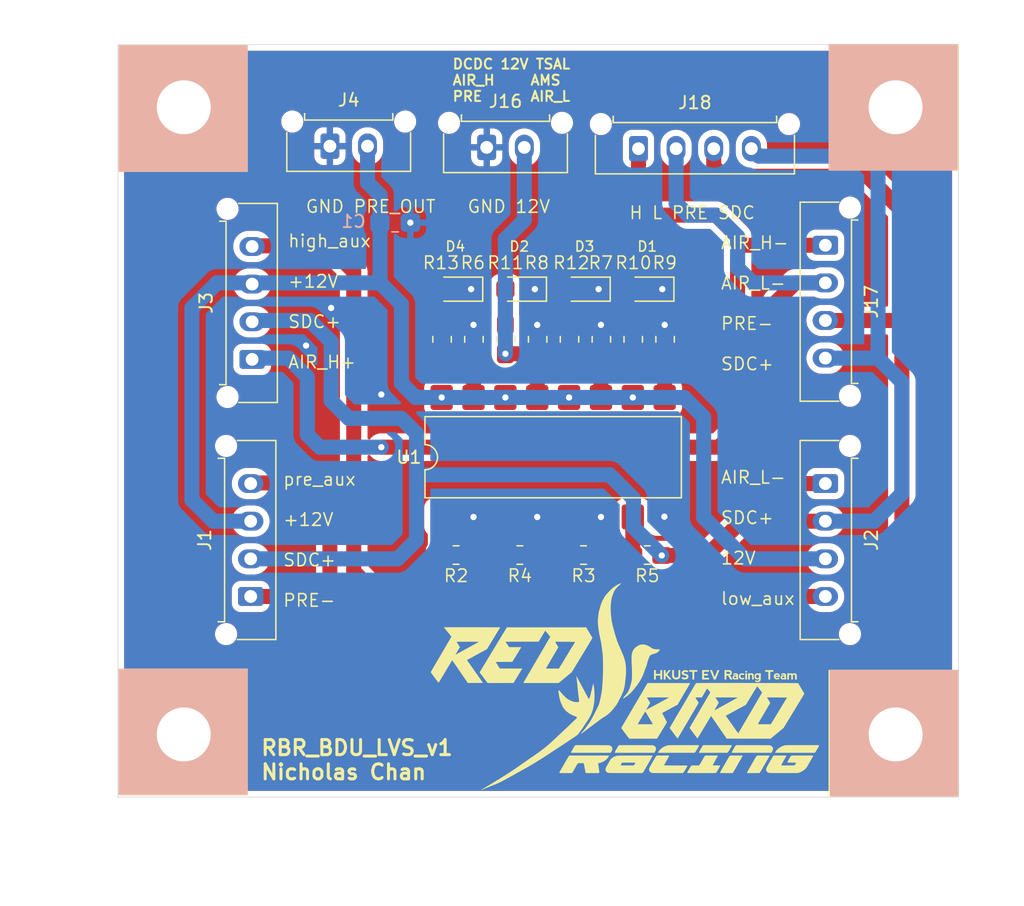
<source format=kicad_pcb>
(kicad_pcb (version 20241229) (generator "pcbnew") (generator_version "9.0")
  (layers (0 "F.Cu" signal) (2 "B.Cu" signal) (13 "F.Paste" user) (15 "B.Paste" user) (5 "F.SilkS" user "F.Silkscreen") (7 "B.SilkS" user "B.Silkscreen") (1 "F.Mask" user) (3 "B.Mask" user) (25 "Edge.Cuts" user))
  (net 0 "")
  (net 1 "+12V")
  (net 2 "GND")
  (net 3 "Net-(R5-Pad2)")
  (net 4 "Net-(R3-Pad2)")
  (net 5 "Net-(R2-Pad2)")
  (net 6 "/low_out")
  (net 7 "/pre_out")
  (net 8 "PRE-")
  (net 9 "Net-(R4-Pad2)")
  (net 10 "/high_out")
  (net 11 "/sdc_out")
  (net 12 "Net-(D1-A)")
  (net 13 "Net-(D2-A)")
  (net 14 "Net-(D3-A)")
  (net 15 "Net-(D4-A)")
  (net 16 "AIR_H-")
  (net 17 "/high_aux")
  (net 18 "SDC+")
  (net 19 "/low_aux")
  (net 20 "/pre_aux")
  (net 21 "AIR_L-")
  (footprint "RMC_Resistor:R_0805_2012Metric_Pad1.20x1.40mm_HandSolder_L" (layer "F.Cu") (at 179.9625 110.7 180)
    (property "Reference" "R2" (at 0 -1.65 0) (layer "F.SilkS") (effects (font (thickness 0.125))))
    (property "Value" "1k")
    (pad "1" smd roundrect (at -1.1525 -0.0325 180) (size 1.505 1.335) (layers "F.Cu" "F.Mask" "F.Paste") (roundrect_rratio 0.208333) (net 17 "/high_aux"))
    (pad "2" smd roundrect (at 1.1525 -0.0325 180) (size 1.505 1.335) (layers "F.Cu" "F.Mask" "F.Paste") (roundrect_rratio 0.208333) (net 5 "Net-(R2-Pad2)"))
  )
  (footprint "Connector_Molex:Molex_Micro-Fit_3.0_43650-0215_1x02_P3.00mm_Vertical" (layer "F.Cu") (at 169.9 78.1)
    (property "Reference" "J4" (at 1.5 -3.67 0) (layer "F.SilkS"))
    (property "Value" "Conn_01x02")
    (pad "" np_thru_hole circle (at -3 -1.96) (size 1.27 1.27) (drill 1.27) (layers "*.Cu" "*.Mask"))
    (pad "" np_thru_hole circle (at 6 -1.96) (size 1.27 1.27) (drill 1.27) (layers "*.Cu" "*.Mask"))
    (pad "1" thru_hole roundrect (at 0 0) (size 1.5 2.02) (drill 1.02) (layers "*.Cu" "*.Mask") (roundrect_rratio 0.166667) (net 2 "GND"))
    (pad "2" thru_hole oval (at 3 0) (size 1.5 2.02) (drill 1.02) (layers "*.Cu" "*.Mask") (net 1 "+12V"))
  )
  (footprint "RMC_LED:LED_0805_2012Metric_Pad1.45x1.40mm_HandSolder" (layer "F.Cu") (at 190.145 89.5 180)
    (property "Reference" "D3" (at -0.055 3.4 0) (layer "F.SilkS") (effects (font (size 0.8 0.8) (thickness 0.125))))
    (property "Value" "LED")
    (pad "1" smd roundrect (at -1.175 0 180) (size 1.45 1.4) (layers "F.Cu" "F.Mask" "F.Paste") (roundrect_rratio 0.2173913043) (net 2 "GND"))
    (pad "2" smd roundrect (at 1.175 0 180) (size 1.45 1.4) (layers "F.Cu" "F.Mask" "F.Paste") (roundrect_rratio 0.2173913043) (net 14 "Net-(D3-A)"))
  )
  (footprint "MountingHole:MountingHole_4.3mm_M4" (layer "F.Cu") (at 215 75)
    (property "Reference" "H3" (hide yes))
    (property "Value" "MountingHole")
    (pad "" np_thru_hole circle (at 0 0) (size 4.3 4.3) (drill 4.3) (layers "*.Cu" "*.Mask"))
  )
  (footprint "RMC_Resistor:R_0805_2012Metric_Pad1.20x1.40mm_HandSolder_L" (layer "F.Cu") (at 186.4625 93.5 90)
    (property "Reference" "R8" (at 6.1 -0.0625 0) (layer "F.SilkS") (effects (font (thickness 0.125))))
    (property "Value" "4k7")
    (pad "1" smd roundrect (at -1.1525 -0.0325 90) (size 1.505 1.335) (layers "F.Cu" "F.Mask" "F.Paste") (roundrect_rratio 0.208333) (net 7 "/pre_out"))
    (pad "2" smd roundrect (at 1.1525 -0.0325 90) (size 1.505 1.335) (layers "F.Cu" "F.Mask" "F.Paste") (roundrect_rratio 0.208333) (net 2 "GND"))
  )
  (footprint "Connector_Molex:Molex_Micro-Fit_3.0_43650-0415_1x04_P3.00mm_Vertical" (layer "F.Cu") (at 209.4 86 -90)
    (property "Reference" "J17" (at 4.5 -3.67 270) (layer "F.SilkS"))
    (property "Value" "AMS")
    (pad "" np_thru_hole circle (at -3 -1.96 270) (size 1.27 1.27) (drill 1.27) (layers "*.Cu" "*.Mask"))
    (pad "" np_thru_hole circle (at 12 -1.96 270) (size 1.27 1.27) (drill 1.27) (layers "*.Cu" "*.Mask"))
    (pad "1" thru_hole roundrect (at 0 0 270) (size 1.5 2.02) (drill 1.02) (layers "*.Cu" "*.Mask") (roundrect_rratio 0.166667) (net 16 "AIR_H-"))
    (pad "2" thru_hole oval (at 3 0 270) (size 1.5 2.02) (drill 1.02) (layers "*.Cu" "*.Mask") (net 21 "AIR_L-"))
    (pad "3" thru_hole oval (at 6 0 270) (size 1.5 2.02) (drill 1.02) (layers "*.Cu" "*.Mask") (net 8 "PRE-"))
    (pad "4" thru_hole oval (at 9 0 270) (size 1.5 2.02) (drill 1.02) (layers "*.Cu" "*.Mask") (net 18 "SDC+"))
  )
  (footprint "RMC_Resistor:R_0805_2012Metric_Pad1.20x1.40mm_HandSolder_L" (layer "F.Cu") (at 178.8425 93.5 90)
    (property "Reference" "R13" (at 6.1 -0.0825 180) (layer "F.SilkS") (effects (font (thickness 0.125))))
    (property "Value" "1k")
    (pad "1" smd roundrect (at -1.1525 -0.0325 90) (size 1.505 1.335) (layers "F.Cu" "F.Mask" "F.Paste") (roundrect_rratio 0.208333) (net 10 "/high_out"))
    (pad "2" smd roundrect (at 1.1525 -0.0325 90) (size 1.505 1.335) (layers "F.Cu" "F.Mask" "F.Paste") (roundrect_rratio 0.208333) (net 15 "Net-(D4-A)"))
  )
  (footprint "Connector_Molex:Molex_Micro-Fit_3.0_43650-0415_1x04_P3.00mm_Vertical" (layer "F.Cu") (at 163.7 95.1 90)
    (property "Reference" "J3" (at 4.5 -3.67 90) (layer "F.SilkS"))
    (property "Value" "Relay connector")
    (pad "" np_thru_hole circle (at -3 -1.96 90) (size 1.27 1.27) (drill 1.27) (layers "*.Cu" "*.Mask"))
    (pad "" np_thru_hole circle (at 12 -1.96 90) (size 1.27 1.27) (drill 1.27) (layers "*.Cu" "*.Mask"))
    (pad "1" thru_hole roundrect (at 0 0 90) (size 1.5 2.02) (drill 1.02) (layers "*.Cu" "*.Mask") (roundrect_rratio 0.166667) (net 16 "AIR_H-"))
    (pad "2" thru_hole oval (at 3 0 90) (size 1.5 2.02) (drill 1.02) (layers "*.Cu" "*.Mask") (net 18 "SDC+"))
    (pad "3" thru_hole oval (at 6 0 90) (size 1.5 2.02) (drill 1.02) (layers "*.Cu" "*.Mask") (net 1 "+12V"))
    (pad "4" thru_hole oval (at 9 0 90) (size 1.5 2.02) (drill 1.02) (layers "*.Cu" "*.Mask") (net 17 "/high_aux"))
  )
  (footprint "RMC_Resistor:R_0805_2012Metric_Pad1.20x1.40mm_HandSolder_L" (layer "F.Cu") (at 196.6225 93.5 90)
    (property "Reference" "R9" (at 6.1 -0.0225 180) (layer "F.SilkS") (effects (font (thickness 0.125))))
    (property "Value" "4k7")
    (pad "1" smd roundrect (at -1.1525 -0.0325 90) (size 1.505 1.335) (layers "F.Cu" "F.Mask" "F.Paste") (roundrect_rratio 0.208333) (net 11 "/sdc_out"))
    (pad "2" smd roundrect (at 1.1525 -0.0325 90) (size 1.505 1.335) (layers "F.Cu" "F.Mask" "F.Paste") (roundrect_rratio 0.208333) (net 2 "GND"))
  )
  (footprint "RMC_LED:LED_0805_2012Metric_Pad1.45x1.40mm_HandSolder" (layer "F.Cu") (at 185.065 89.5 180)
    (property "Reference" "D2" (at 0.065 3.4 0) (layer "F.SilkS") (effects (font (size 0.8 0.8) (thickness 0.125))))
    (property "Value" "LED")
    (pad "1" smd roundrect (at -1.175 0 180) (size 1.45 1.4) (layers "F.Cu" "F.Mask" "F.Paste") (roundrect_rratio 0.2173913043) (net 2 "GND"))
    (pad "2" smd roundrect (at 1.175 0 180) (size 1.45 1.4) (layers "F.Cu" "F.Mask" "F.Paste") (roundrect_rratio 0.2173913043) (net 13 "Net-(D2-A)"))
  )
  (footprint "RMC_LED:LED_0805_2012Metric_Pad1.45x1.40mm_HandSolder" (layer "F.Cu") (at 179.985 89.5 180)
    (property "Reference" "D4" (at 0.085 3.4 0) (layer "F.SilkS") (effects (font (size 0.8 0.8) (thickness 0.125))))
    (property "Value" "LED")
    (pad "1" smd roundrect (at -1.175 0 180) (size 1.45 1.4) (layers "F.Cu" "F.Mask" "F.Paste") (roundrect_rratio 0.2173913043) (net 2 "GND"))
    (pad "2" smd roundrect (at 1.175 0 180) (size 1.45 1.4) (layers "F.Cu" "F.Mask" "F.Paste") (roundrect_rratio 0.2173913043) (net 15 "Net-(D4-A)"))
  )
  (footprint "RMC_Resistor:R_0805_2012Metric_Pad1.20x1.40mm_HandSolder_L" (layer "F.Cu") (at 190.1225 110.7 180)
    (property "Reference" "R3" (at 0 -1.65 0) (layer "F.SilkS") (effects (font (thickness 0.125))))
    (property "Value" "1k")
    (pad "1" smd roundrect (at -1.1525 -0.0325 180) (size 1.505 1.335) (layers "F.Cu" "F.Mask" "F.Paste") (roundrect_rratio 0.208333) (net 19 "/low_aux"))
    (pad "2" smd roundrect (at 1.1525 -0.0325 180) (size 1.505 1.335) (layers "F.Cu" "F.Mask" "F.Paste") (roundrect_rratio 0.208333) (net 4 "Net-(R3-Pad2)"))
  )
  (footprint "Package_DIP:SMDIP-16_W9.53mm" (layer "F.Cu") (at 187.7 102.9 90)
    (property "Reference" "U1" (at 0 -11.5 0) (layer "F.SilkS"))
    (property "Value" "LTV-847S")
    (pad "1" smd roundrect (at -4.765 -8.89 90) (size 2 1.78) (layers "F.Cu" "F.Mask" "F.Paste") (roundrect_rratio 0.140449) (net 5 "Net-(R2-Pad2)"))
    (pad "2" smd roundrect (at -4.765 -6.35 90) (size 2 1.78) (layers "F.Cu" "F.Mask" "F.Paste") (roundrect_rratio 0.140449) (net 2 "GND"))
    (pad "3" smd roundrect (at -4.765 -3.81 90) (size 2 1.78) (layers "F.Cu" "F.Mask" "F.Paste") (roundrect_rratio 0.140449) (net 9 "Net-(R4-Pad2)"))
    (pad "4" smd roundrect (at -4.765 -1.27 90) (size 2 1.78) (layers "F.Cu" "F.Mask" "F.Paste") (roundrect_rratio 0.140449) (net 2 "GND"))
    (pad "5" smd roundrect (at -4.765 1.27 90) (size 2 1.78) (layers "F.Cu" "F.Mask" "F.Paste") (roundrect_rratio 0.140449) (net 4 "Net-(R3-Pad2)"))
    (pad "6" smd roundrect (at -4.765 3.81 90) (size 2 1.78) (layers "F.Cu" "F.Mask" "F.Paste") (roundrect_rratio 0.140449) (net 2 "GND"))
    (pad "7" smd roundrect (at -4.765 6.35 90) (size 2 1.78) (layers "F.Cu" "F.Mask" "F.Paste") (roundrect_rratio 0.140449) (net 3 "Net-(R5-Pad2)"))
    (pad "8" smd roundrect (at -4.765 8.89 90) (size 2 1.78) (layers "F.Cu" "F.Mask" "F.Paste") (roundrect_rratio 0.140449) (net 2 "GND"))
    (pad "9" smd roundrect (at 4.765 8.89 90) (size 2 1.78) (layers "F.Cu" "F.Mask" "F.Paste") (roundrect_rratio 0.140449) (net 11 "/sdc_out"))
    (pad "10" smd roundrect (at 4.765 6.35 90) (size 2 1.78) (layers "F.Cu" "F.Mask" "F.Paste") (roundrect_rratio 0.140449) (net 1 "+12V"))
    (pad "11" smd roundrect (at 4.765 3.81 90) (size 2 1.78) (layers "F.Cu" "F.Mask" "F.Paste") (roundrect_rratio 0.140449) (net 6 "/low_out"))
    (pad "12" smd roundrect (at 4.765 1.27 90) (size 2 1.78) (layers "F.Cu" "F.Mask" "F.Paste") (roundrect_rratio 0.140449) (net 1 "+12V"))
    (pad "13" smd roundrect (at 4.765 -1.27 90) (size 2 1.78) (layers "F.Cu" "F.Mask" "F.Paste") (roundrect_rratio 0.140449) (net 7 "/pre_out"))
    (pad "14" smd roundrect (at 4.765 -3.81 90) (size 2 1.78) (layers "F.Cu" "F.Mask" "F.Paste") (roundrect_rratio 0.140449) (net 1 "+12V"))
    (pad "15" smd roundrect (at 4.765 -6.35 90) (size 2 1.78) (layers "F.Cu" "F.Mask" "F.Paste") (roundrect_rratio 0.140449) (net 10 "/high_out"))
    (pad "16" smd roundrect (at 4.765 -8.89 90) (size 2 1.78) (layers "F.Cu" "F.Mask" "F.Paste") (roundrect_rratio 0.140449) (net 1 "+12V"))
  )
  (footprint "RMC_Resistor:R_0805_2012Metric_Pad1.20x1.40mm_HandSolder_L" (layer "F.Cu") (at 195.2025 110.7 180)
    (property "Reference" "R5" (at 0 -1.65 0) (layer "F.SilkS") (effects (font (thickness 0.125))))
    (property "Value" "1k")
    (pad "1" smd roundrect (at -1.1525 -0.0325 180) (size 1.505 1.335) (layers "F.Cu" "F.Mask" "F.Paste") (roundrect_rratio 0.208333) (net 18 "SDC+"))
    (pad "2" smd roundrect (at 1.1525 -0.0325 180) (size 1.505 1.335) (layers "F.Cu" "F.Mask" "F.Paste") (roundrect_rratio 0.208333) (net 3 "Net-(R5-Pad2)"))
  )
  (footprint "RMC_LED:LED_0805_2012Metric_Pad1.45x1.40mm_HandSolder" (layer "F.Cu") (at 195.225 89.5 180)
    (property "Reference" "D1" (at 0.025 3.4 0) (layer "F.SilkS") (effects (font (size 0.8 0.8) (thickness 0.125))))
    (property "Value" "LED")
    (pad "1" smd roundrect (at -1.175 0 180) (size 1.45 1.4) (layers "F.Cu" "F.Mask" "F.Paste") (roundrect_rratio 0.2173913043) (net 2 "GND"))
    (pad "2" smd roundrect (at 1.175 0 180) (size 1.45 1.4) (layers "F.Cu" "F.Mask" "F.Paste") (roundrect_rratio 0.2173913043) (net 12 "Net-(D1-A)"))
  )
  (footprint "RMC_Resistor:R_0805_2012Metric_Pad1.20x1.40mm_HandSolder_L" (layer "F.Cu") (at 189.0025 93.5 90)
    (property "Reference" "R12" (at 6.1 0.1425 0) (layer "F.SilkS") (effects (font (thickness 0.125))))
    (property "Value" "1k")
    (pad "1" smd roundrect (at -1.1525 -0.0325 90) (size 1.505 1.335) (layers "F.Cu" "F.Mask" "F.Paste") (roundrect_rratio 0.208333) (net 6 "/low_out"))
    (pad "2" smd roundrect (at 1.1525 -0.0325 90) (size 1.505 1.335) (layers "F.Cu" "F.Mask" "F.Paste") (roundrect_rratio 0.208333) (net 14 "Net-(D3-A)"))
  )
  (footprint "RMC_Resistor:R_0805_2012Metric_Pad1.20x1.40mm_HandSolder_L" (layer "F.Cu") (at 194.0825 93.5 90)
    (property "Reference" "R10" (at 6.1 0.0175 180) (layer "F.SilkS") (effects (font (thickness 0.125))))
    (property "Value" "1k")
    (pad "1" smd roundrect (at -1.1525 -0.0325 90) (size 1.505 1.335) (layers "F.Cu" "F.Mask" "F.Paste") (roundrect_rratio 0.208333) (net 11 "/sdc_out"))
    (pad "2" smd roundrect (at 1.1525 -0.0325 90) (size 1.505 1.335) (layers "F.Cu" "F.Mask" "F.Paste") (roundrect_rratio 0.208333) (net 12 "Net-(D1-A)"))
  )
  (footprint "RBR_logo:RBR_logo" (layer "F.Cu") (at 193.7 121.1)
    (property "Reference" "G***" (hide yes))
    (property "Value" "LOGO" (hide yes))
  )
  (footprint "Connector_Molex:Molex_Micro-Fit_3.0_43650-0415_1x04_P3.00mm_Vertical" (layer "F.Cu") (at 194.5 78.3)
    (property "Reference" "J18" (at 4.5 -3.67 0) (layer "F.SilkS"))
    (property "Value" "TSAL_G")
    (pad "" np_thru_hole circle (at -3 -1.96) (size 1.27 1.27) (drill 1.27) (layers "*.Cu" "*.Mask"))
    (pad "" np_thru_hole circle (at 12 -1.96) (size 1.27 1.27) (drill 1.27) (layers "*.Cu" "*.Mask"))
    (pad "1" thru_hole roundrect (at 0 0) (size 1.5 2.02) (drill 1.02) (layers "*.Cu" "*.Mask") (roundrect_rratio 0.166667) (net 16 "AIR_H-"))
    (pad "2" thru_hole oval (at 3 0) (size 1.5 2.02) (drill 1.02) (layers "*.Cu" "*.Mask") (net 21 "AIR_L-"))
    (pad "3" thru_hole oval (at 6 0) (size 1.5 2.02) (drill 1.02) (layers "*.Cu" "*.Mask") (net 8 "PRE-"))
    (pad "4" thru_hole oval (at 9 0) (size 1.5 2.02) (drill 1.02) (layers "*.Cu" "*.Mask") (net 18 "SDC+"))
  )
  (footprint "Connector_Molex:Molex_Micro-Fit_3.0_43650-0215_1x02_P3.00mm_Vertical" (layer "F.Cu") (at 182.4 78.2)
    (property "Reference" "J16" (at 1.5 -3.67 0) (layer "F.SilkS"))
    (property "Value" "DCDC")
    (pad "" np_thru_hole circle (at -3 -1.96) (size 1.27 1.27) (drill 1.27) (layers "*.Cu" "*.Mask"))
    (pad "" np_thru_hole circle (at 6 -1.96) (size 1.27 1.27) (drill 1.27) (layers "*.Cu" "*.Mask"))
    (pad "1" thru_hole roundrect (at 0 0) (size 1.5 2.02) (drill 1.02) (layers "*.Cu" "*.Mask") (roundrect_rratio 0.166667) (net 2 "GND"))
    (pad "2" thru_hole oval (at 3 0) (size 1.5 2.02) (drill 1.02) (layers "*.Cu" "*.Mask") (net 7 "/pre_out"))
  )
  (footprint "MountingHole:MountingHole_4.3mm_M4" (layer "F.Cu") (at 158.25 75)
    (property "Reference" "H2" (hide yes))
    (property "Value" "MountingHole")
    (pad "" np_thru_hole circle (at 0 0) (size 4.3 4.3) (drill 4.3) (layers "*.Cu" "*.Mask"))
  )
  (footprint "MountingHole:MountingHole_4.3mm_M4" (layer "F.Cu") (at 158.25 125)
    (property "Reference" "H5" (hide yes))
    (property "Value" "MountingHole")
    (pad "" np_thru_hole circle (at 0 0) (size 4.3 4.3) (drill 4.3) (layers "*.Cu" "*.Mask"))
  )
  (footprint "RMC_Resistor:R_0805_2012Metric_Pad1.20x1.40mm_HandSolder_L" (layer "F.Cu") (at 181.3825 93.5 90)
    (property "Reference" "R6" (at 6.1 -0.0825 180) (layer "F.SilkS") (effects (font (thickness 0.125))))
    (property "Value" "4k7")
    (pad "1" smd roundrect (at -1.1525 -0.0325 90) (size 1.505 1.335) (layers "F.Cu" "F.Mask" "F.Paste") (roundrect_rratio 0.208333) (net 10 "/high_out"))
    (pad "2" smd roundrect (at 1.1525 -0.0325 90) (size 1.505 1.335) (layers "F.Cu" "F.Mask" "F.Paste") (roundrect_rratio 0.208333) (net 2 "GND"))
  )
  (footprint "Connector_Molex:Molex_Micro-Fit_3.0_43650-0415_1x04_P3.00mm_Vertical" (layer "F.Cu") (at 209.4 105 -90)
    (property "Reference" "J2" (at 4.5 -3.67 270) (layer "F.SilkS"))
    (property "Value" "Relay connector")
    (pad "" np_thru_hole circle (at -3 -1.96 270) (size 1.27 1.27) (drill 1.27) (layers "*.Cu" "*.Mask"))
    (pad "" np_thru_hole circle (at 12 -1.96 270) (size 1.27 1.27) (drill 1.27) (layers "*.Cu" "*.Mask"))
    (pad "1" thru_hole roundrect (at 0 0 270) (size 1.5 2.02) (drill 1.02) (layers "*.Cu" "*.Mask") (roundrect_rratio 0.166667) (net 21 "AIR_L-"))
    (pad "2" thru_hole oval (at 3 0 270) (size 1.5 2.02) (drill 1.02) (layers "*.Cu" "*.Mask") (net 18 "SDC+"))
    (pad "3" thru_hole oval (at 6 0 270) (size 1.5 2.02) (drill 1.02) (layers "*.Cu" "*.Mask") (net 1 "+12V"))
    (pad "4" thru_hole oval (at 9 0 270) (size 1.5 2.02) (drill 1.02) (layers "*.Cu" "*.Mask") (net 19 "/low_aux"))
  )
  (footprint "MountingHole:MountingHole_4.3mm_M4" (layer "F.Cu") (at 215 125)
    (property "Reference" "H6" (hide yes))
    (property "Value" "MountingHole")
    (pad "" np_thru_hole circle (at 0 0) (size 4.3 4.3) (drill 4.3) (layers "*.Cu" "*.Mask"))
  )
  (footprint "RMC_Resistor:R_0805_2012Metric_Pad1.20x1.40mm_HandSolder_L" (layer "F.Cu") (at 183.9225 93.5 90)
    (property "Reference" "R11" (at 6.1 -0.0225 0) (layer "F.SilkS") (effects (font (thickness 0.125))))
    (property "Value" "1k")
    (pad "1" smd roundrect (at -1.1525 -0.0325 90) (size 1.505 1.335) (layers "F.Cu" "F.Mask" "F.Paste") (roundrect_rratio 0.208333) (net 7 "/pre_out"))
    (pad "2" smd roundrect (at 1.1525 -0.0325 90) (size 1.505 1.335) (layers "F.Cu" "F.Mask" "F.Paste") (roundrect_rratio 0.208333) (net 13 "Net-(D2-A)"))
  )
  (footprint "Connector_Molex:Molex_Micro-Fit_3.0_43650-0415_1x04_P3.00mm_Vertical" (layer "F.Cu") (at 163.585 114 90)
    (property "Reference" "J1" (at 4.5 -3.67 90) (layer "F.SilkS"))
    (property "Value" "Relay connector")
    (pad "" np_thru_hole circle (at -3 -1.96 90) (size 1.27 1.27) (drill 1.27) (layers "*.Cu" "*.Mask"))
    (pad "" np_thru_hole circle (at 12 -1.96 90) (size 1.27 1.27) (drill 1.27) (layers "*.Cu" "*.Mask"))
    (pad "1" thru_hole roundrect (at 0 0 90) (size 1.5 2.02) (drill 1.02) (layers "*.Cu" "*.Mask") (roundrect_rratio 0.166667) (net 8 "PRE-"))
    (pad "2" thru_hole oval (at 3 0 90) (size 1.5 2.02) (drill 1.02) (layers "*.Cu" "*.Mask") (net 18 "SDC+"))
    (pad "3" thru_hole oval (at 6 0 90) (size 1.5 2.02) (drill 1.02) (layers "*.Cu" "*.Mask") (net 1 "+12V"))
    (pad "4" thru_hole oval (at 9 0 90) (size 1.5 2.02) (drill 1.02) (layers "*.Cu" "*.Mask") (net 20 "/pre_aux"))
  )
  (footprint "RMC_Resistor:R_0805_2012Metric_Pad1.20x1.40mm_HandSolder_L" (layer "F.Cu") (at 185.0425 110.7 180)
    (property "Reference" "R4" (at 0 -1.65 0) (layer "F.SilkS") (effects (font (thickness 0.125))))
    (property "Value" "1k")
    (pad "1" smd roundrect (at -1.1525 -0.0325 180) (size 1.505 1.335) (layers "F.Cu" "F.Mask" "F.Paste") (roundrect_rratio 0.208333) (net 20 "/pre_aux"))
    (pad "2" smd roundrect (at 1.1525 -0.0325 180) (size 1.505 1.335) (layers "F.Cu" "F.Mask" "F.Paste") (roundrect_rratio 0.208333) (net 9 "Net-(R4-Pad2)"))
  )
  (footprint "RMC_Resistor:R_0805_2012Metric_Pad1.20x1.40mm_HandSolder_L" (layer "F.Cu") (at 191.5425 93.5 90)
    (property "Reference" "R7" (at 6.1 -0.0425 0) (layer "F.SilkS") (effects (font (thickness 0.125))))
    (property "Value" "4k7")
    (pad "1" smd roundrect (at -1.1525 -0.0325 90) (size 1.505 1.335) (layers "F.Cu" "F.Mask" "F.Paste") (roundrect_rratio 0.208333) (net 6 "/low_out"))
    (pad "2" smd roundrect (at 1.1525 -0.0325 90) (size 1.505 1.335) (layers "F.Cu" "F.Mask" "F.Paste") (roundrect_rratio 0.208333) (net 2 "GND"))
  )
  (footprint "RMC_Capacitor:C_0805_2012Metric_Pad1.18x1.45mm_HandSolder_L" (layer "B.Cu") (at 175.1 84.2)
    (property "Reference" "C1" (at -3.3156 -0.1 180) (layer "B.SilkS") (effects (justify mirror)))
    (property "Value" "10uF" (hide yes))
    (pad "1" smd roundrect (at -1.2156 0.0069) (size 1.5312 1.4362) (layers "B.Cu" "B.Mask" "B.Paste") (roundrect_rratio 0.212766) (net 1 "+12V"))
    (pad "2" smd roundrect (at 1.2156 0) (size 1.5312 1.45) (layers "B.Cu" "B.Mask" "B.Paste") (roundrect_rratio 0.212766) (net 2 "GND"))
  )
  (gr_rect (start 153.1 70.1) (end 163.3 80.1) (stroke (width 0.1)) (fill yes) (layer "F.SilkS"))
  (gr_rect (start 209.8 70) (end 220 80) (stroke (width 0.1)) (fill yes) (layer "F.SilkS"))
  (gr_rect (start 153.1 119.8) (end 163.3 129.8) (stroke (width 0.1)) (fill yes) (layer "F.SilkS"))
  (gr_rect (start 209.7 119.9) (end 219.9 129.9) (stroke (width 0.1)) (fill yes) (layer "F.SilkS"))
  (gr_rect (start 209.7 70) (end 219.9 80) (stroke (width 0.1)) (fill yes) (layer "B.SilkS"))
  (gr_rect (start 153.1 119.8) (end 163.3 129.8) (stroke (width 0.1)) (fill yes) (layer "B.SilkS"))
  (gr_rect (start 153.1 70.1) (end 163.3 80.1) (stroke (width 0.1)) (fill yes) (layer "B.SilkS"))
  (gr_rect (start 209.8 119.9) (end 220 129.9) (stroke (width 0.1)) (fill yes) (layer "B.SilkS"))
  (gr_rect (start 153 70) (end 220 130) (stroke (width 0.05)) (fill no) (layer "Edge.Cuts"))
  (gr_text "GND PRE_OUT" (at 167.9 83.5 0) (layer "F.SilkS") (effects (font (size 1 1) (thickness 0.125)) (justify left bottom)))
  (gr_text "RBR_BDU_LVS_v1\nNicholas Chan" (at 164.3 128.7 0) (layer "F.SilkS") (effects (font (size 1.2 1.2) (thickness 0.24) (bold yes)) (justify left bottom)))
  (gr_text "pre_aux\n\n+12V\n\nSDC+\n\nPRE-" (at 166.1 114.900457 0) (layer "F.SilkS") (effects (font (size 1 1) (thickness 0.125)) (justify left bottom)))
  (gr_text "H L PRE SDC" (at 193.7 84 0) (layer "F.SilkS") (effects (font (size 1 1) (thickness 0.125)) (justify left bottom)))
  (gr_text "AIR_H-\n\nAIR_L-\n\nPRE-\n\nSDC+" (at 201 96.050457 0) (layer "F.SilkS") (effects (font (size 1 1) (thickness 0.125)) (justify left bottom)))
  (gr_text "AIR_L-\n\nSDC+\n\n12V\n\nlow_aux" (at 201 114.750457 0) (layer "F.SilkS") (effects (font (size 1 1) (thickness 0.125)) (justify left bottom)))
  (gr_text "high_aux\n\n+12V\n\nSDC+\n\nAIR_H+" (at 166.5 95.900457 0) (layer "F.SilkS") (effects (font (size 1 1) (thickness 0.125)) (justify left bottom)))
  (gr_text "GND 12V" (at 180.8 83.5 0) (layer "F.SilkS") (effects (font (size 1 1) (thickness 0.125)) (justify left bottom)))
  (gr_text "DCDC 12V TSAL\nAIR_H	AMS\nPRE		AIR_L" (at 179.6 74.6 0) (layer "F.SilkS") (effects (font (size 0.8 0.8) (thickness 0.16) (bold yes)) (justify left bottom)))
  (via (at 178.81 98.135) (size 1) (drill 0.5) (layers "F.Cu" "B.Cu") (net 1))
  (via (at 194.05 98.135) (size 1) (drill 0.5) (layers "F.Cu" "B.Cu") (net 1))
  (via (at 188.97 98.135) (size 1) (drill 0.5) (layers "F.Cu" "B.Cu") (net 1))
  (via (at 183.89 98.135) (size 1) (drill 0.5) (layers "F.Cu" "B.Cu") (net 1))
  (segment (start 199.7 107.7) (end 199.7 99.7) (width 1.2) (layer "B.Cu") (net 1))
  (segment (start 199.7 99.7) (end 198.135 98.135) (width 1.2) (layer "B.Cu") (net 1))
  (segment (start 178.81 98.135) (end 176.735 98.135) (width 1.2) (layer "B.Cu") (net 1))
  (segment (start 198.135 98.135) (end 194.05 98.135) (width 1.2) (layer "B.Cu") (net 1))
  (segment (start 160.6 108) (end 158.9 106.3) (width 1.2) (layer "B.Cu") (net 1))
  (segment (start 203 111) (end 199.7 107.7) (width 1.2) (layer "B.Cu") (net 1))
  (segment (start 163.52 108) (end 160.6 108) (width 1.2) (layer "B.Cu") (net 1))
  (segment (start 209.38 111) (end 203 111) (width 1.2) (layer "B.Cu") (net 1))
  (segment (start 158.9 106.3) (end 158.9 91) (width 1.2) (layer "B.Cu") (net 1))
  (segment (start 194.05 98.135) (end 188.97 98.135) (width 1.2) (layer "B.Cu") (net 1))
  (segment (start 173.9 89) (end 173.9 82) (width 1.2) (layer "B.Cu") (net 1))
  (segment (start 173.9 82) (end 172.9 81) (width 1.2) (layer "B.Cu") (net 1))
  (segment (start 160.9 89) (end 163.47 89) (width 1.2) (layer "B.Cu") (net 1))
  (segment (start 175.6 90.7) (end 173.9 89) (width 1.2) (layer "B.Cu") (net 1))
  (segment (start 173.9 89) (end 163.57 89) (width 1.2) (layer "B.Cu") (net 1))
  (segment (start 176.735 98.135) (end 175.6 97) (width 1.2) (layer "B.Cu") (net 1))
  (segment (start 183.89 98.135) (end 178.81 98.135) (width 1.2) (layer "B.Cu") (net 1))
  (segment (start 158.9 91) (end 160.9 89) (width 1.2) (layer "B.Cu") (net 1))
  (segment (start 175.6 97) (end 175.6 90.7) (width 1.2) (layer "B.Cu") (net 1))
  (segment (start 172.9 81) (end 172.9 78.1) (width 1.2) (layer "B.Cu") (net 1))
  (segment (start 188.97 98.135) (end 183.89 98.135) (width 1.2) (layer "B.Cu") (net 1))
  (via (at 191.32 89.5) (size 1) (drill 0.5) (layers "F.Cu" "B.Cu") (net 2))
  (via (at 186.43 107.665) (size 1) (drill 0.5) (layers "F.Cu" "B.Cu") (net 2))
  (via (at 176.3156 84.2) (size 1) (drill 0.5) (layers "F.Cu" "B.Cu") (net 2))
  (via (at 191.51 107.665) (size 1) (drill 0.5) (layers "F.Cu" "B.Cu") (net 2))
  (via (at 186.24 89.5) (size 1) (drill 0.5) (layers "F.Cu" "B.Cu") (net 2))
  (via (at 181.35 92.3475) (size 1) (drill 0.5) (layers "F.Cu" "B.Cu") (net 2))
  (via (at 168 94) (size 1) (drill 0.5) (layers "F.Cu" "B.Cu") (net 2))
  (via (at 196.567714 107.641042) (size 1) (drill 0.5) (layers "F.Cu" "B.Cu") (net 2))
  (via (at 181.35 107.665) (size 1) (drill 0.5) (layers "F.Cu" "B.Cu") (net 2))
  (via (at 196.4 89.5) (size 1) (drill 0.5) (layers "F.Cu" "B.Cu") (net 2))
  (via (at 174 97.9) (size 1) (drill 0.5) (layers "F.Cu" "B.Cu") (net 2))
  (via (at 181.16 89.5) (size 1) (drill 0.5) (layers "F.Cu" "B.Cu") (net 2))
  (via (at 196.59 92.3475) (size 1) (drill 0.5) (layers "F.Cu" "B.Cu") (net 2))
  (via (at 170 91) (size 1) (drill 0.5) (layers "F.Cu" "B.Cu") (net 2))
  (via (at 191.51 92.3475) (size 1) (drill 0.5) (layers "F.Cu" "B.Cu") (net 2))
  (via (at 186.43 92.3475) (size 1) (drill 0.5) (layers "F.Cu" "B.Cu") (net 2))
  (segment (start 194.05 107.665) (end 194.05 110.7325) (width 1.2) (layer "F.Cu") (net 3))
  (segment (start 188.97 107.665) (end 188.97 110.7325) (width 1.2) (layer "F.Cu") (net 4))
  (segment (start 178.81 107.665) (end 178.81 110.7325) (width 1.2) (layer "F.Cu") (net 5))
  (segment (start 191.51 98.135) (end 191.51 94.6525) (width 1.2) (layer "F.Cu") (net 6))
  (segment (start 188.97 94.6525) (end 191.51 94.6525) (width 1.2) (layer "F.Cu") (net 6))
  (segment (start 186.43 98.135) (end 186.43 94.6525) (width 1.2) (layer "F.Cu") (net 7))
  (segment (start 183.89 94.6525) (end 186.43 94.6525) (width 1.2) (layer "F.Cu") (net 7))
  (via (at 183.89 94.6525) (size 1) (drill 0.5) (layers "F.Cu" "B.Cu") (net 7))
  (segment (start 185.4 84) (end 185.4 78.2) (width 1.2) (layer "B.Cu") (net 7))
  (segment (start 183.89 85.51) (end 185.4 84) (width 1.2) (layer "B.Cu") (net 7))
  (segment (start 183.89 94.6525) (end 183.89 85.51) (width 1.2) (layer "B.Cu") (net 7))
  (segment (start 215.5 83.25) (end 215.5 92) (width 1.2) (layer "F.Cu") (net 8))
  (segment (start 201.3 80.5) (end 212.75 80.5) (width 1.2) (layer "F.Cu") (net 8))
  (segment (start 212.9 119.8) (end 215.5 117.2) (width 1.2) (layer "F.Cu") (net 8))
  (segment (start 170 115.4) (end 170 118.4) (width 1.2) (layer "F.Cu") (net 8))
  (segment (start 163.52 114) (end 168.6 114) (width 1.2) (layer "F.Cu") (net 8))
  (segment (start 212.75 80.5) (end 215.5 83.25) (width 1.2) (layer "F.Cu") (net 8))
  (segment (start 200.5 79.7) (end 201.3 80.5) (width 1.2) (layer "F.Cu") (net 8))
  (segment (start 200.5 78.3) (end 200.5 79.7) (width 1.2) (layer "F.Cu") (net 8))
  (segment (start 168.6 114) (end 170 115.4) (width 1.2) (layer "F.Cu") (net 8))
  (segment (start 213.9 92) (end 209.43 92) (width 1.2) (layer "F.Cu") (net 8))
  (segment (start 170 118.4) (end 171.4 119.8) (width 1.2) (layer "F.Cu") (net 8))
  (segment (start 215.5 92) (end 213.9 92) (width 1.2) (layer "F.Cu") (net 8))
  (segment (start 215.5 117.2) (end 215.5 92) (width 1.2) (layer "F.Cu") (net 8))
  (segment (start 171.4 119.8) (end 212.9 119.8) (width 1.2) (layer "F.Cu") (net 8))
  (segment (start 183.89 107.665) (end 183.89 110.7325) (width 1.2) (layer "F.Cu") (net 9))
  (segment (start 178.81 94.6525) (end 181.35 94.6525) (width 1.2) (layer "F.Cu") (net 10))
  (segment (start 181.35 98.135) (end 181.35 94.6525) (width 1.2) (layer "F.Cu") (net 10))
  (segment (start 196.59 98.135) (end 196.59 94.6525) (width 1.2) (layer "F.Cu") (net 11))
  (segment (start 194.05 94.6525) (end 196.59 94.6525) (width 1.2) (layer "F.Cu") (net 11))
  (segment (start 194.05 92.3475) (end 194.05 89.5) (width 1.2) (layer "F.Cu") (net 12))
  (segment (start 183.89 92.3475) (end 183.89 89.5) (width 1.2) (layer "F.Cu") (net 13))
  (segment (start 188.97 92.3475) (end 188.97 89.5) (width 1.2) (layer "F.Cu") (net 14))
  (segment (start 178.81 92.3475) (end 178.81 89.5) (width 1.2) (layer "F.Cu") (net 15))
  (segment (start 200.675 83.6) (end 195.6 83.6) (width 1.2) (layer "F.Cu") (net 16))
  (segment (start 202.4 88.5) (end 202.4 86) (width 1.2) (layer "F.Cu") (net 16))
  (segment (start 200.9 102.1) (end 202.4 100.6) (width 1.2) (layer "F.Cu") (net 16))
  (segment (start 174 102.1) (end 200.9 102.1) (width 1.2) (layer "F.Cu") (net 16))
  (segment (start 194.5 82.5) (end 194.5 78.3) (width 1.2) (layer "F.Cu") (net 16))
  (segment (start 195.6 83.6) (end 194.5 82.5) (width 1.2) (layer "F.Cu") (net 16))
  (segment (start 202.4 86) (end 209.28 86) (width 1.2) (layer "F.Cu") (net 16))
  (segment (start 202.4 100.6) (end 202.4 88.5) (width 1.2) (layer "F.Cu") (net 16))
  (segment (start 202.4 85.325) (end 200.675 83.6) (width 1.2) (layer "F.Cu") (net 16))
  (segment (start 202.4 86) (end 202.4 85.325) (width 1.2) (layer "F.Cu") (net 16))
  (via (at 174 102.1) (size 1) (drill 0.5) (layers "F.Cu" "B.Cu") (net 16))
  (segment (start 166.6 95) (end 163.52 95) (width 1.2) (layer "B.Cu") (net 16))
  (segment (start 168.1 101.1) (end 168.1 96.5) (width 1.2) (layer "B.Cu") (net 16))
  (segment (start 174 102.1) (end 169.1 102.1) (width 1.2) (layer "B.Cu") (net 16))
  (segment (start 169.1 102.1) (end 168.1 101.1) (width 1.2) (layer "B.Cu") (net 16))
  (segment (start 168.1 96.5) (end 166.6 95) (width 1.2) (layer "B.Cu") (net 16))
  (segment (start 173.3 113.5) (end 171.8 112) (width 1.2) (layer "F.Cu") (net 17))
  (segment (start 171.8 88.1) (end 169.75 86.05) (width 1.2) (layer "F.Cu") (net 17))
  (segment (start 169.75 86.05) (end 163.52 86.05) (width 1.2) (layer "F.Cu") (net 17))
  (segment (start 181.115 112.585) (end 180.2 113.5) (width 1.2) (layer "F.Cu") (net 17))
  (segment (start 171.8 112) (end 171.8 88.1) (width 1.2) (layer "F.Cu") (net 17))
  (segment (start 181.115 110.7325) (end 181.115 112.585) (width 1.2) (layer "F.Cu") (net 17))
  (segment (start 180.2 113.5) (end 173.3 113.5) (width 1.2) (layer "F.Cu") (net 17))
  (segment (start 163.52 110.98) (end 163.5 111) (width 1.2) (layer "F.Cu") (net 18))
  (segment (start 199.9675 110.7325) (end 196.355 110.7325) (width 1.2) (layer "F.Cu") (net 18))
  (segment (start 209.43 95) (end 209.43 95.15) (width 1.2) (layer "F.Cu") (net 18))
  (segment (start 209.43 108) (end 202.7 108) (width 1.2) (layer "F.Cu") (net 18))
  (segment (start 202.7 108) (end 199.9675 110.7325) (width 1.2) (layer "F.Cu") (net 18))
  (via (at 196.355 110.7325) (size 1) (drill 0.5) (layers "F.Cu" "B.Cu") (net 18))
  (segment (start 175.3 111) (end 176.8 109.5) (width 1.2) (layer "B.Cu") (net 18))
  (segment (start 170 93.7) (end 168.3 92) (width 1.2) (layer "B.Cu") (net 18))
  (segment (start 215.5 96.9) (end 215.5 105.8) (width 1.2) (layer "B.Cu") (net 18))
  (segment (start 204.1 78.9) (end 203.5 78.3) (width 1.2) (layer "B.Cu") (net 18))
  (segment (start 209.4 95) (end 213.6 95) (width 1.2) (layer "B.Cu") (net 18))
  (segment (start 213.3 108) (end 209.4 108) (width 1.2) (layer "B.Cu") (net 18))
  (segment (start 176.8 101) (end 175.6 99.8) (width 1.2) (layer "B.Cu") (net 18))
  (segment (start 175.6 99.8) (end 171.4 99.8) (width 1.2) (layer "B.Cu") (net 18))
  (segment (start 171.4 99.8) (end 170 98.4) (width 1.2) (layer "B.Cu") (net 18))
  (segment (start 213.6 95) (end 215.5 96.9) (width 1.2) (layer "B.Cu") (net 18))
  (segment (start 170 98.4) (end 170 93.7) (width 1.2) (layer "B.Cu") (net 18))
  (segment (start 176.8 104.3) (end 192.2 104.3) (width 1.2) (layer "B.Cu") (net 18))
  (segment (start 213.6 79.95) (end 212.55 78.9) (width 1.2) (layer "B.Cu") (net 18))
  (segment (start 176.8 109.5) (end 176.8 104.3) (width 1.2) (layer "B.Cu") (net 18))
  (segment (start 215.5 105.8) (end 213.3 108) (width 1.2) (layer "B.Cu") (net 18))
  (segment (start 176.8 104.3) (end 176.8 101) (width 1.2) (layer "B.Cu") (net 18))
  (segment (start 212.55 78.9) (end 204.1 78.9) (width 1.2) (layer "B.Cu") (net 18))
  (segment (start 175.3 111) (end 163.585 111) (width 1.2) (layer "B.Cu") (net 18))
  (segment (start 194.1 106.2) (end 194.1 108.4775) (width 1.2) (layer "B.Cu") (net 18))
  (segment (start 213.6 95) (end 213.6 79.95) (width 1.2) (layer "B.Cu") (net 18))
  (segment (start 209.43 95) (end 209.4 95.03) (width 1.2) (layer "B.Cu") (net 18))
  (segment (start 194.1 108.4775) (end 196.355 110.7325) (width 1.2) (layer "B.Cu") (net 18))
  (segment (start 168.3 92) (end 163.52 92) (width 1.2) (layer "B.Cu") (net 18))
  (segment (start 192.2 104.3) (end 194.1 106.2) (width 1.2) (layer "B.Cu") (net 18))
  (segment (start 191.275 112.775) (end 192.5 114) (width 1.2) (layer "F.Cu") (net 19))
  (segment (start 191.275 110.7325) (end 191.275 112.775) (width 1.2) (layer "F.Cu") (net 19))
  (segment (start 192.5 114) (end 209.28 114) (width 1.2) (layer "F.Cu") (net 19))
  (segment (start 172.4 115.4) (end 169.9 112.9) (width 1.2) (layer "F.Cu") (net 20))
  (segment (start 169.9 106.4) (end 168.45 104.95) (width 1.2) (layer "F.Cu") (net 20))
  (segment (start 168.45 104.95) (end 163.52 104.95) (width 1.2) (layer "F.Cu") (net 20))
  (segment (start 184.6 115.4) (end 172.4 115.4) (width 1.2) (layer "F.Cu") (net 20))
  (segment (start 186.195 113.805) (end 184.6 115.4) (width 1.2) (layer "F.Cu") (net 20))
  (segment (start 186.195 110.7325) (end 186.195 113.805) (width 1.2) (layer "F.Cu") (net 20))
  (segment (start 169.9 112.9) (end 169.9 106.4) (width 1.2) (layer "F.Cu") (net 20))
  (segment (start 205.5 103.5) (end 205.5 90.5) (width 1.2) (layer "F.Cu") (net 21))
  (segment (start 209.28 105) (end 207 105) (width 1.2) (layer "F.Cu") (net 21))
  (segment (start 207 105) (end 205.5 103.5) (width 1.2) (layer "F.Cu") (net 21))
  (segment (start 205.5 90.5) (end 207 89) (width 1.2) (layer "F.Cu") (net 21))
  (segment (start 207 89) (end 209.08 89) (width 1.2) (layer "F.Cu") (net 21))
  (segment (start 202.4 85.3) (end 200.7 83.6) (width 1.2) (layer "B.Cu") (net 21))
  (segment (start 203.6 89) (end 202.4 87.8) (width 1.2) (layer "B.Cu") (net 21))
  (segment (start 198.45 83.6) (end 197.5 82.65) (width 1.2) (layer "B.Cu") (net 21))
  (segment (start 209.4 89) (end 203.6 89) (width 1.2) (layer "B.Cu") (net 21))
  (segment (start 200.7 83.6) (end 198.45 83.6) (width 1.2) (layer "B.Cu") (net 21))
  (segment (start 202.4 87.8) (end 202.4 85.3) (width 1.2) (layer "B.Cu") (net 21))
  (segment (start 197.5 82.65) (end 197.5 78.3) (width 1.2) (layer "B.Cu") (net 21))
  (zone (net 2) (net_name "GND") (layers "F.Cu" "B.Cu") (connect_pads (clearance 0.5)) (min_thickness 0.25) (fill yes (thermal_gap 0.5) (thermal_bridge_width 0.5))
    (polygon (pts (xy 143.6 138.187738) (xy 225.25 138.669804) (xy 225.25 66.75) (xy 143.6 66.448709)))
  )
)
</source>
